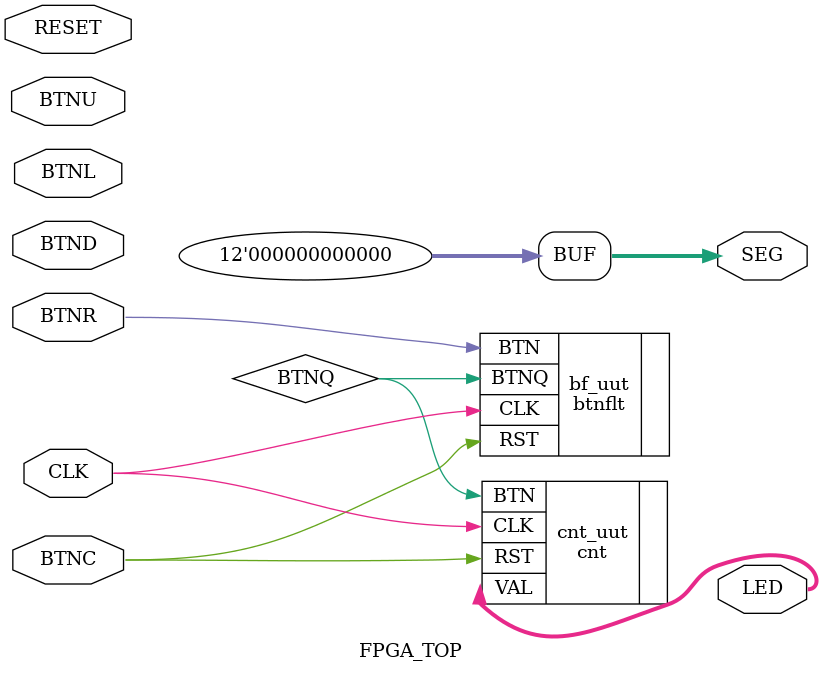
<source format=v>
`default_nettype none

module FPGA_TOP (
  input   wire          RESET,
  input   wire          CLK,
  // プッシュボタン入力
  input   wire          BTNU,
  input   wire          BTNL,
  input   wire          BTNC,
  input   wire          BTNR,
  input   wire          BTND,
  //
  output  wire  [11:0]  SEG,
  output  wire  [15:0]  LED
  ) ;

  wire BTNQ;

btnflt bf_uut (
    .RST(BTNC), // I
    .CLK(CLK),  // I
    .BTN(BTNR), // I
    .BTNQ(BTNQ) // O
);

cnt cnt_uut(
    .RST(BTNC), // I
    .CLK(CLK),  // I
    .BTN(BTNQ), // I
    .VAL(LED)   // O
);

assign SEG = 12'd0;


endmodule

`default_nettype wire

</source>
